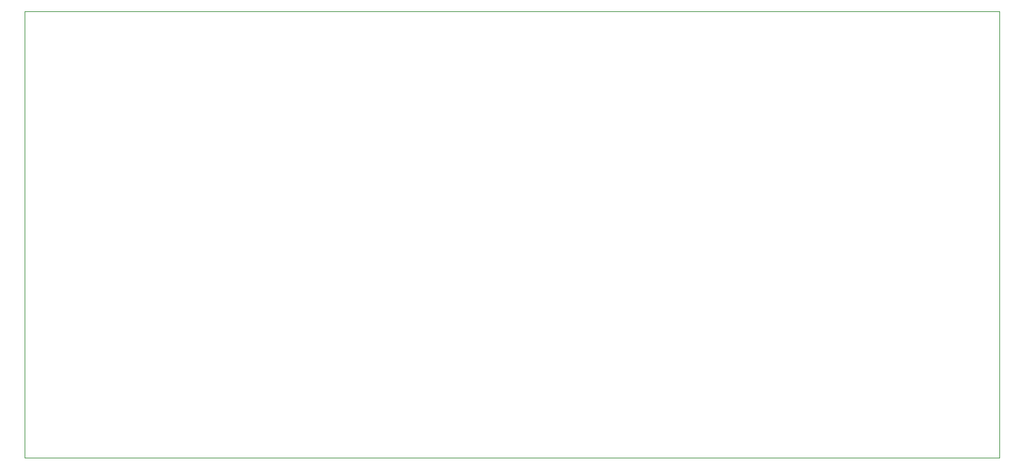
<source format=gko>
G04*
G04 #@! TF.GenerationSoftware,Altium Limited,Altium Designer,18.1.9 (240)*
G04*
G04 Layer_Color=16711935*
%FSAX25Y25*%
%MOIN*%
G70*
G01*
G75*
%ADD121C,0.00300*%
D121*
X0093131Y0332025D02*
X0581400Y0332025D01*
X0093084Y0108427D02*
X0093131Y0332025D01*
X0093084Y0108427D02*
X0581400Y0108369D01*
Y0332025D01*
M02*

</source>
